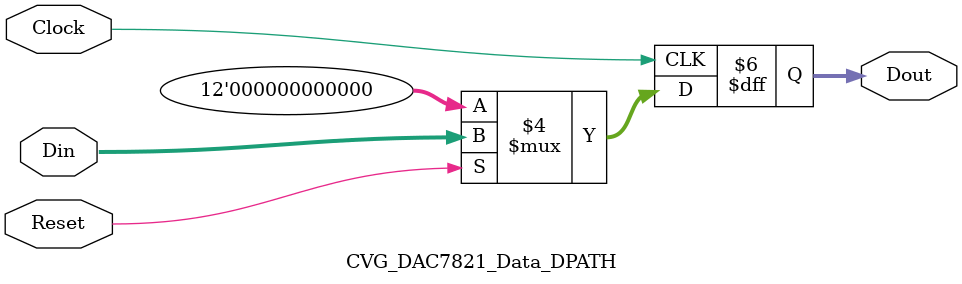
<source format=v>
`timescale	1ns/1ps

module	CVG_DAC7821_Data_DPATH(Dout, Din, Clock, Reset)	;

output	[11:0]	Dout	;
reg	[11:0]	Dout	;

input	[11:0]	Din	;
wire	[11:0]	Din	;

input	Clock, Reset	;
wire	Clock, Reset	;


always	@(posedge	Clock)
	begin
		if ( Reset == 1'b1 )
			begin
				Dout <= Din	;
			end
		else
			begin
				Dout <= 12'b0000_0000_0000	;
			end
	end

endmodule

</source>
